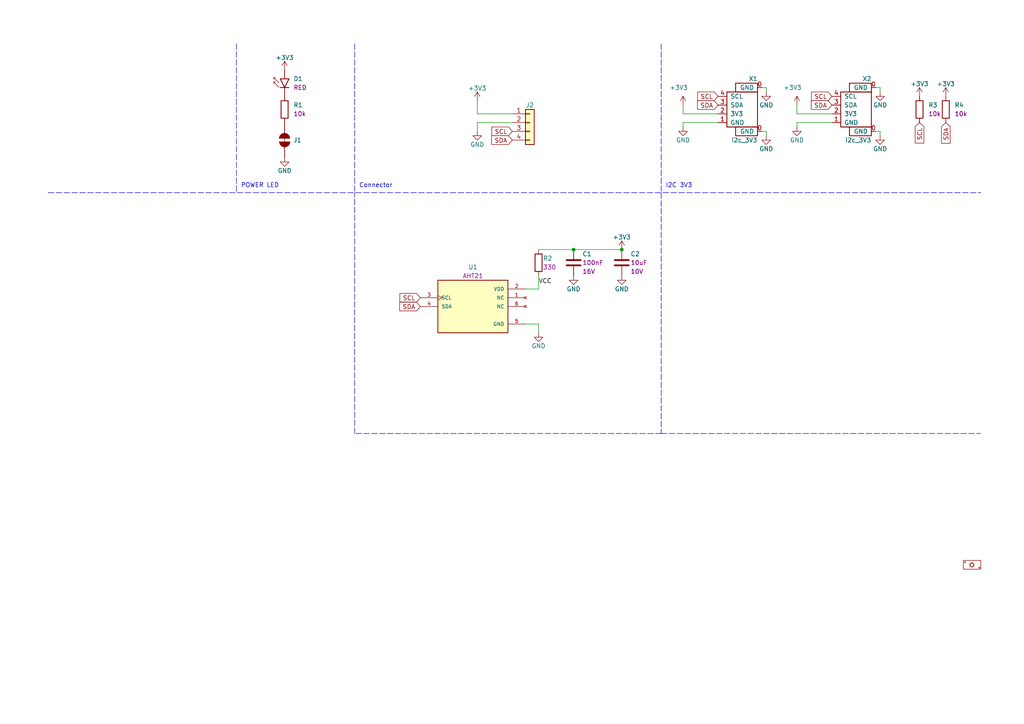
<source format=kicad_sch>
(kicad_sch (version 20211123) (generator eeschema)
  (paper "A4")
  (title_block (title "RNQMCD_GS AHT21") (date "2022-01-30") (rev "0.0.1") (company "GroundStudio"))
  (lib_symbols
    (symbol "GS_Local:+3V3" (power) (pin_names (offset 0))
      (property "Value" "+3V3" (at 0 3.556 0))
      (symbol "+3V3_0_1"
        (polyline (pts (xy -0.762 1.27) (xy 0 2.54)))
        (polyline (pts (xy 0 0) (xy 0 2.54)))
        (polyline (pts (xy 0 2.54) (xy 0.762 1.27)))
      )
      (symbol "+3V3_1_1"
        (pin power_in line (at 0 0 90) (length 0) hide (name "+3V3") (number "1"))
      )
    )
    (symbol "GS_Local:AHT21" (pin_names (offset 1.016))
      (property "Reference" "U" (at -10.16 8.509 0))
      (property "Value" "AHT21" (at -10.16 -10.16 0))
      (property "MPN" "AHT21" (at 0 0 0))
      (symbol "AHT21_0_0"
        (rectangle (start -10.16 -7.62) (end 10.16 7.62) (stroke (width 0.254)) (fill (type background)))
        (pin no_connect line (at 15.24 2.54 180) (length 5.08) (name "NC") (number "1"))
        (pin power_in line (at 15.24 5.08 180) (length 5.08) (name "VDD") (number "2"))
        (pin input clock (at -15.24 2.54 0) (length 5.08) (name "SCL") (number "3"))
        (pin bidirectional line (at -15.24 0 0) (length 5.08) (name "SDA") (number "4"))
        (pin power_in line (at 15.24 -5.08 180) (length 5.08) (name "GND") (number "5"))
        (pin no_connect line (at 15.24 0 180) (length 5.08) (name "NC") (number "6"))
      )
    )
    (symbol "GS_Local:C" (pin_numbers hide) (pin_names (offset 0.254))
      (property "Reference" "C" (at 0.635 2.54 0))
      (property "Value" "C" (at 0.635 -2.54 0))
      (symbol "C_0_1"
        (polyline (pts (xy -2.032 -0.762) (xy 2.032 -0.762)) (stroke (width 0.508)))
        (polyline (pts (xy -2.032 0.762) (xy 2.032 0.762)) (stroke (width 0.508)))
      )
      (symbol "C_1_1"
        (pin passive line (at 0 3.81 270) (length 2.794) (name "~") (number "1"))
        (pin passive line (at 0 -3.81 90) (length 2.794) (name "~") (number "2"))
      )
    )
    (symbol "GS_Local:C_0402_10uF_10V" (pin_numbers hide) (pin_names (offset 0.254))
      (property "Reference" "C" (at 0.635 2.54 0))
      (property "Value" "C_0402_10uF_10V" (at 0.635 -2.54 0))
      (symbol "C_0402_10uF_10V_0_1"
        (polyline (pts (xy -2.032 -0.762) (xy 2.032 -0.762)) (stroke (width 0.508)))
        (polyline (pts (xy -2.032 0.762) (xy 2.032 0.762)) (stroke (width 0.508)))
      )
      (symbol "C_0402_10uF_10V_1_1"
        (pin passive line (at 0 3.81 270) (length 2.794) (name "~") (number "1"))
        (pin passive line (at 0 -3.81 90) (length 2.794) (name "~") (number "2"))
      )
    )
    (symbol "GS_Local:Conn_01x04" (pin_names (offset 1.016) hide)
      (property "Reference" "J" (at 0 5.08 0))
      (property "Value" "Conn_01x04" (at 0 -7.62 0))
      (symbol "Conn_01x04_1_1"
        (rectangle (start -1.27 -4.953) (end 0 -5.207) (stroke (width 0.1524)))
        (rectangle (start -1.27 -2.413) (end 0 -2.667) (stroke (width 0.1524)))
        (rectangle (start -1.27 0.127) (end 0 -0.127) (stroke (width 0.1524)))
        (rectangle (start -1.27 2.667) (end 0 2.413) (stroke (width 0.1524)))
        (rectangle (start -1.27 3.81) (end 1.27 -6.35) (stroke (width 0.254)) (fill (type background)))
        (pin passive line (at -5.08 2.54 0) (length 3.81) (name "Pin_1") (number "1"))
        (pin passive line (at -5.08 0 0) (length 3.81) (name "Pin_2") (number "2"))
        (pin passive line (at -5.08 -2.54 0) (length 3.81) (name "Pin_3") (number "3"))
        (pin passive line (at -5.08 -5.08 0) (length 3.81) (name "Pin_4") (number "4"))
      )
    )
    (symbol "GS_Local:DY-IR333C-A" (pin_numbers hide) (pin_names (offset 1.016) hide)
      (property "Reference" "D" (at 0.508 1.778 0))
      (property "Value" "DY-IR333C-A" (at -1.016 -2.794 0))
      (symbol "DY-IR333C-A_0_1"
        (polyline (pts (xy -2.54 1.27) (xy -2.54 -1.27)) (stroke (width 0.254)))
        (polyline (pts (xy 0 0) (xy 0 0)))
        (polyline (pts (xy 0.381 3.175) (xy -0.127 3.175)))
        (polyline (pts (xy -1.143 1.651) (xy 0.381 3.175) (xy 0.381 2.667)))
        (polyline (pts (xy 0 -1.27) (xy -2.54 0) (xy 0 1.27) (xy 0 -1.27)) (stroke (width 0.254)))
        (polyline (pts (xy -2.413 1.651) (xy -0.889 3.175) (xy -0.889 2.667) (xy -0.889 3.175) (xy -1.397 3.175)))
      )
      (symbol "DY-IR333C-A_1_1"
        (pin passive line (at -5.08 0 0) (length 2.54) (name "K") (number "1"))
        (pin passive line (at 2.54 0 180) (length 2.54) (name "A") (number "2"))
      )
    )
    (symbol "GS_Local:GND" (power) (pin_names (offset 0))
      (property "Value" "GND" (at 0 -3.81 0))
      (symbol "GND_0_1"
        (polyline (pts (xy 0 0) (xy 0 -1.27) (xy 1.27 -1.27) (xy 0 -2.54) (xy -1.27 -1.27) (xy 0 -1.27)))
      )
      (symbol "GND_1_1"
        (pin power_in line (at 0 0 270) (length 0) hide (name "GND") (number "1"))
      )
    )
    (symbol "GS_Local:PCB" (pin_names (offset 1.016))
      (symbol "PCB_0_1"
        (rectangle (start -2.54 1.27) (end 2.54 -1.27))
        (circle (center -2.032 0.7874) (radius 0.1778) (fill (type background)))
        (rectangle (start -0.5334 0.4318) (end 0.381 -0.4826) (fill (type background)))
        (polyline (pts (xy -0.254 -0.4826) (xy -0.254 -0.7874)))
        (polyline (pts (xy 0.1016 -0.5334) (xy 0.1016 -0.8128)))
        (polyline (pts (xy 0.381 0.1524) (xy 0.6604 0.1524)))
        (polyline (pts (xy 0.4064 -0.2032) (xy 0.6858 -0.2032)))
      )
      (symbol "PCB_1_1"
        (polyline (pts (xy -0.8636 -0.2032) (xy -0.5842 -0.2032)))
        (polyline (pts (xy -0.8636 0.2032) (xy -0.5842 0.2032)))
        (polyline (pts (xy -0.254 0.508) (xy -0.254 0.7874)))
        (polyline (pts (xy 0.1016 0.508) (xy 0.1016 0.7874)))
        (circle (center 2.1082 -0.8128) (radius 0.1778) (fill (type background)))
      )
    )
    (symbol "GS_Local:R" (pin_numbers hide) (pin_names (offset 0))
      (property "Reference" "R" (at 2.032 0 90))
      (property "Value" "R" (at 0 0 90))
      (symbol "R_0_1"
        (rectangle (start -1.016 -2.54) (end 1.016 2.54) (stroke (width 0.254)))
      )
      (symbol "R_1_1"
        (pin passive line (at 0 3.81 270) (length 1.27) (name "~") (number "1"))
        (pin passive line (at 0 -3.81 90) (length 1.27) (name "~") (number "2"))
      )
    )
    (symbol "GS_Local:SolderJumper_NC" (pin_numbers hide) (pin_names (offset 0) hide)
      (property "Reference" "J" (at 0 10.16 0))
      (property "Value" "SolderJumper_NC" (at 3.81 0 90))
      (symbol "SolderJumper_NC_0_1"
        (polyline (pts (xy 1.524 0.508) (xy -1.524 0.508)))
        (polyline (pts (xy 0 0.6604) (xy 0 -0.6096) (xy 0.0508 -0.7112)))
        (arc (start 1.4986 0.508) (mid -0.0254 1.982) (end -1.5494 0.508) (fill (type outline)))
      )
      (symbol "SolderJumper_NC_1_1"
        (arc (start -1.4986 -0.508) (mid 0.0254 -1.982) (end 1.5494 -0.508) (fill (type outline)))
        (polyline (pts (xy -1.524 -0.508) (xy 1.524 -0.508)))
        (pin passive line (at 0 5.08 270) (length 2.9972) (name "1") (number "1"))
        (pin passive line (at 0 -5.08 90) (length 2.9972) (name "2") (number "2"))
      )
    )
    (symbol "GS_Local:i2c_3V3" (pin_names (offset 1.016))
      (property "Value" "i2c_3V3" (at -6.35 7.62 0))
      (symbol "i2c_3V3_0_1"
        (rectangle (start -3.81 5.08) (end 5.08 -5.08) (stroke (width 0.254)))
        (rectangle (start 5.08 -5.08) (end -1.27 -7.62) (stroke (width 0.254)))
        (rectangle (start 5.08 5.08) (end -1.27 7.62) (stroke (width 0.254)))
      )
      (symbol "i2c_3V3_1_1"
        (pin input line (at 6.35 -6.35 180) (length 1.27) (name "GND") (number "0"))
        (pin input line (at 6.35 6.35 180) (length 1.27) (name "GND") (number "0"))
        (pin power_in line (at -6.35 -3.81 0) (length 2.54) (name "GND") (number "1"))
        (pin power_in line (at -6.35 -1.27 0) (length 2.54) (name "3V3") (number "2"))
        (pin bidirectional line (at -6.35 1.27 0) (length 2.54) (name "SDA") (number "3"))
        (pin bidirectional line (at -6.35 3.81 0) (length 2.54) (name "SCL") (number "4"))
      )
    )
  )
  (junction (at 180.34 72.39))
  (junction (at 166.37 72.39))
  (wire (pts (xy 156.21 80.01) (xy 156.21 83.82)))
  (wire (pts (xy 208.28 35.56) (xy 198.12 35.56)))
  (wire (pts (xy 220.98 25.4) (xy 222.25 25.4)))
  (wire (pts (xy 198.12 33.02) (xy 208.28 33.02)))
  (wire (pts (xy 166.37 72.39) (xy 180.34 72.39)))
  (wire (pts (xy 220.98 38.1) (xy 222.25 38.1)))
  (wire (pts (xy 138.43 29.21) (xy 138.43 33.02)))
  (polyline (pts (xy 68.58 12.7) (xy 68.58 55.88)))
  (polyline (pts (xy 102.87 12.7) (xy 102.87 55.88)))
  (wire (pts (xy 148.59 35.56) (xy 138.43 35.56)))
  (wire (pts (xy 138.43 35.56) (xy 138.43 38.1)))
  (wire (pts (xy 231.14 33.02) (xy 241.3 33.02)))
  (wire (pts (xy 231.14 33.02) (xy 231.14 30.48)))
  (wire (pts (xy 255.27 25.4) (xy 255.27 26.67)))
  (wire (pts (xy 222.25 38.1) (xy 222.25 39.37)))
  (wire (pts (xy 138.43 33.02) (xy 148.59 33.02)))
  (polyline (pts (xy 191.77 125.73) (xy 284.48 125.73)))
  (wire (pts (xy 156.21 72.39) (xy 166.37 72.39)))
  (polyline (pts (xy 102.87 125.73) (xy 102.87 55.88)))
  (wire (pts (xy 231.14 35.56) (xy 231.14 36.83)))
  (polyline (pts (xy 191.77 55.88) (xy 191.77 125.73)))
  (wire (pts (xy 254 25.4) (xy 255.27 25.4)))
  (wire (pts (xy 156.21 93.98) (xy 156.21 96.52)))
  (wire (pts (xy 254 38.1) (xy 255.27 38.1)))
  (polyline (pts (xy 191.77 12.7) (xy 191.77 55.88)))
  (wire (pts (xy 198.12 33.02) (xy 198.12 30.48)))
  (wire (pts (xy 198.12 35.56) (xy 198.12 36.83)))
  (polyline (pts (xy 13.97 55.88) (xy 284.48 55.88)))
  (wire (pts (xy 222.25 25.4) (xy 222.25 26.67)))
  (wire (pts (xy 152.4 93.98) (xy 156.21 93.98)))
  (polyline (pts (xy 191.77 125.73) (xy 102.87 125.73)))
  (wire (pts (xy 255.27 38.1) (xy 255.27 39.37)))
  (wire (pts (xy 156.21 83.82) (xy 152.4 83.82)))
  (wire (pts (xy 241.3 35.56) (xy 231.14 35.56)))
  (text "Connector" (at 104.14 54.61 0) (effects (font (size 1.27 1.27)) (justify left bottom)))
  (text "POWER LED" (at 69.85 54.61 0) (effects (font (size 1.27 1.27)) (justify left bottom)))
  (text "I2C 3V3" (at 193.04 54.61 0) (effects (font (size 1.27 1.27)) (justify left bottom)))
  (label "VCC" (at 156.21 82.55 0))
  (global_label "SCL" (shape input) (at 241.3 27.94 180) (property "Intersheet References" "${INTERSHEET_REFS}" (effects hide)))
  (global_label "SDA" (shape input) (at 241.3 30.48 180) (property "Intersheet References" "${INTERSHEET_REFS}" (effects hide)))
  (global_label "SCL" (shape input) (at 266.7 35.56 270) (property "Intersheet References" "${INTERSHEET_REFS}" (effects hide)))
  (global_label "SDA" (shape input) (at 208.28 30.48 180) (property "Intersheet References" "${INTERSHEET_REFS}" (effects hide)))
  (global_label "SCL" (shape input) (at 121.92 86.36 180) (property "Intersheet References" "${INTERSHEET_REFS}" (effects hide)))
  (global_label "SDA" (shape input) (at 148.59 40.64 180) (property "Intersheet References" "${INTERSHEET_REFS}" (effects hide)))
  (global_label "SDA" (shape input) (at 121.92 88.9 180) (property "Intersheet References" "${INTERSHEET_REFS}" (effects hide)))
  (global_label "SCL" (shape input) (at 208.28 27.94 180) (property "Intersheet References" "${INTERSHEET_REFS}" (effects hide)))
  (global_label "SDA" (shape input) (at 274.32 35.56 270) (property "Intersheet References" "${INTERSHEET_REFS}" (effects hide)))
  (global_label "SCL" (shape input) (at 148.59 38.1 180) (property "Intersheet References" "${INTERSHEET_REFS}" (effects hide)))
  (symbol (lib_id "GS_Local:i2c_3V3") (at 247.65 31.75 0) (unit 1)
    (property "Reference" "X2" (at 251.46 22.86 0))
    (property "Value" "i2c_3V3" (at 248.92 40.64 0))
    (property "Footprint" "GS_Local:SH__1x04_P1.00mm_Horizontal" (effects hide))
    (property "Datasheet" "https://datasheet.lcsc.com/szlcsc/1811082116_BOOMELE-Boom-Precision-Elec-C145956_C145956.pdf" (effects hide))
    (property "MPN" "C145956" (effects hide))
    (property "LCSC" "C145956" (effects hide))
    (property "Descript" "0.039\"(1.00mm) 4 SMD,P=1mm Wire To Board" (effects hide))
  )
  (symbol (lib_id "GS_Local:+3V3") (at 266.7 27.94 0) (unit 1)
    (property "Reference" "#PWR0106" (effects hide))
    (property "Value" "+3V3" (at 266.7 24.3355 0))
  )
  (symbol (lib_id "GS_Local:GND") (at 222.25 39.37 0) (unit 1)
    (property "Reference" "#PWR0102" (effects hide))
    (property "Value" "GND" (at 222.25 43.18 0))
  )
  (symbol (lib_id "GS_Local:GND") (at 166.37 80.01 0) (unit 1)
    (property "Reference" "#PWR0114" (effects hide))
    (property "Value" "GND" (at 166.37 83.82 0))
  )
  (symbol (lib_id "GS_Local:R") (at 266.7 31.75 0) (unit 1)
    (property "Reference" "R3" (at 269.24 30.48 0) (effects (justify left)))
    (property "Value" "R_0402_10k" (effects hide))
    (property "Footprint" "GS_Local:R_0402_alt" (effects hide))
    (property "Datasheet" "https://datasheet.lcsc.com/lcsc/2110252330_UNI-ROYAL-Uniroyal-Elec-0402WGJ0103TCE_C25531.pdf" (effects hide))
    (property "MPN" "0402WGJ0103TCE" (effects hide))
    (property "LCSC" "C25531" (effects hide))
    (property "Resistance" "10k" (at 269.24 33.02 0) (effects (justify left)))
  )
  (symbol (lib_id "GS_Local:C_0402_10uF_10V") (at 180.34 76.2 0) (unit 1)
    (property "Reference" "C2" (at 182.88 73.66 0) (effects (justify left)))
    (property "Value" "C_0402_10uF_10V" (effects hide))
    (property "Footprint" "GS_Local:C_0402_alt" (effects hide))
    (property "Datasheet" "https://datasheet.lcsc.com/lcsc/1912111437_Taiyo-Yuden-LDK105CBJ106MVLF_C386033.pdf" (effects hide))
    (property "MPN" "LDK105CBJ106MVLF" (effects hide))
    (property "LCSC" "C386033" (effects hide))
    (property "Capacitance" "10uF" (at 182.88 76.2 0) (effects (justify left)))
    (property "Rated voltage" "10V" (at 182.88 78.74 0) (effects (justify left)))
  )
  (symbol (lib_id "GS_Local:SolderJumper_NC") (at 82.55 40.64 0) (unit 1)
    (property "Reference" "J1" (at 85.09 40.64 0) (effects (justify left)))
    (property "Value" "SolderJumper_NC" (effects hide))
    (property "Footprint" "GS_Local:SolderJumper_NC" (effects hide))
  )
  (symbol (lib_id "GS_Local:AHT21") (at 137.16 88.9 0) (unit 1)
    (property "Reference" "U1" (at 137.16 77.47 0))
    (property "Value" "AHT21" (effects hide))
    (property "Footprint" "GS_Local:AHT" (effects hide))
    (property "Datasheet" "http://www.aosong.com/userfiles/files/media/AHT21%E4%BA%A7%E5%93%81%E8%A7%84%E6%A0%BC%E4%B9%A6(%E8%8B%B1%E6%96%87%E7%89%88)%20A3.pdf" (effects hide))
    (property "MPN" "AHT21" (at 137.16 80.01 0))
    (property "LCSC" "C2827328" (effects hide))
  )
  (symbol (lib_id "GS_Local:+3V3") (at 198.12 30.48 0) (unit 1)
    (property "Reference" "#PWR0117" (effects hide))
    (property "Value" "+3V3" (at 196.85 25.4 0))
  )
  (symbol (lib_id "GS_Local:GND") (at 138.43 38.1 0) (mirror y) (unit 1)
    (property "Reference" "#PWR0110" (effects hide))
    (property "Value" "GND" (at 138.43 41.91 0))
  )
  (symbol (lib_id "GS_Local:+3V3") (at 231.14 30.48 0) (unit 1)
    (property "Reference" "#PWR0112" (effects hide))
    (property "Value" "+3V3" (at 229.87 25.4 0))
  )
  (symbol (lib_id "GS_Local:GND") (at 231.14 36.83 0) (unit 1)
    (property "Reference" "#PWR0101" (effects hide))
    (property "Value" "GND" (at 231.14 40.64 0))
  )
  (symbol (lib_id "GS_Local:GND") (at 255.27 39.37 0) (unit 1)
    (property "Reference" "#PWR0108" (effects hide))
    (property "Value" "GND" (at 255.27 43.18 0))
  )
  (symbol (lib_id "GS_Local:R") (at 156.21 76.2 0) (unit 1)
    (property "Reference" "R2" (at 157.48 74.93 0) (effects (justify left)))
    (property "Value" "R_0402_330" (effects hide))
    (property "Footprint" "GS_Local:R_0402_alt" (effects hide))
    (property "Datasheet" "https://datasheet.lcsc.com/lcsc/2110252230_UNI-ROYAL-Uniroyal-Elec-0402WGF3300TCE_C25104.pdf" (effects hide))
    (property "MPN" "0402WGF3300TCE" (effects hide))
    (property "LCSC" "C25104" (effects hide))
    (property "Resistance" "330" (at 157.48 77.47 0) (effects (justify left)))
  )
  (symbol (lib_id "GS_Local:GND") (at 82.55 45.72 0) (unit 1)
    (property "Reference" "#PWR0104" (effects hide))
    (property "Value" "GND" (at 82.55 49.53 0))
  )
  (symbol (lib_id "GS_Local:DY-IR333C-A") (at 82.55 22.86 90) (unit 1)
    (property "Reference" "D1" (at 85.09 22.86 90) (effects (justify right)))
    (property "Value" "LED_0402_RED" (effects hide))
    (property "Footprint" "GS_Local:LED_0402_alt" (effects hide))
    (property "Datasheet" "https://datasheet.lcsc.com/lcsc/2009251739_TUOZHAN-TZ-P2-0402RTIA1-0-45T_C779449.pdf" (effects hide))
    (property "MPN" "TZ-P2-0402RTIA1-0.45T" (effects hide))
    (property "LCSC" "C779449" (effects hide))
    (property "Color" "RED" (at 85.09 25.4 90) (effects (justify right)))
  )
  (symbol (lib_id "GS_Local:i2c_3V3") (at 214.63 31.75 0) (unit 1)
    (property "Reference" "X1" (at 218.44 22.86 0))
    (property "Value" "i2c_3V3" (at 215.9 40.64 0))
    (property "Footprint" "GS_Local:SH__1x04_P1.00mm_Horizontal" (effects hide))
    (property "Datasheet" "https://datasheet.lcsc.com/szlcsc/1811082116_BOOMELE-Boom-Precision-Elec-C145956_C145956.pdf" (effects hide))
    (property "MPN" "C145956" (effects hide))
    (property "LCSC" "C145956" (effects hide))
    (property "Descript" "0.039\"(1.00mm) 4 SMD,P=1mm Wire To Board" (effects hide))
  )
  (symbol (lib_id "GS_Local:GND") (at 198.12 36.83 0) (unit 1)
    (property "Reference" "#PWR0118" (effects hide))
    (property "Value" "GND" (at 198.12 40.64 0))
  )
  (symbol (lib_id "GS_Local:GND") (at 222.25 26.67 0) (unit 1)
    (property "Reference" "#PWR0111" (effects hide))
    (property "Value" "GND" (at 222.25 30.48 0))
  )
  (symbol (lib_id "GS_Local:+3V3") (at 180.34 72.39 0) (mirror y) (unit 1)
    (property "Reference" "#PWR0115" (effects hide))
    (property "Value" "+3V3" (at 180.34 68.7855 0))
  )
  (symbol (lib_id "GS_Local:GND") (at 255.27 26.67 0) (unit 1)
    (property "Reference" "#PWR0107" (effects hide))
    (property "Value" "GND" (at 255.27 30.48 0))
  )
  (symbol (lib_id "GS_Local:R") (at 274.32 31.75 0) (unit 1)
    (property "Reference" "R4" (at 276.86 30.48 0) (effects (justify left)))
    (property "Value" "R_0402_10k" (effects hide))
    (property "Footprint" "GS_Local:R_0402_alt" (effects hide))
    (property "Datasheet" "https://datasheet.lcsc.com/lcsc/2110252330_UNI-ROYAL-Uniroyal-Elec-0402WGJ0103TCE_C25531.pdf" (effects hide))
    (property "MPN" "0402WGJ0103TCE" (effects hide))
    (property "LCSC" "C25531" (effects hide))
    (property "Resistance" "10k" (at 276.86 33.02 0) (effects (justify left)))
  )
  (symbol (lib_id "GS_Local:+3V3") (at 138.43 29.21 0) (mirror y) (unit 1)
    (property "Reference" "#PWR0109" (effects hide))
    (property "Value" "+3V3" (at 138.43 25.6055 0))
  )
  (symbol (lib_id "GS_Local:+3V3") (at 274.32 27.94 0) (unit 1)
    (property "Reference" "#PWR0105" (effects hide))
    (property "Value" "+3V3" (at 274.32 24.3355 0))
  )
  (symbol (lib_id "GS_Local:PCB") (at 281.94 163.83 0) (unit 1)
    (property "Reference" "P1" (effects hide))
    (property "Value" "PCB" (effects hide))
    (property "MPN" "RNQMCD_GS_PCB" (effects hide))
  )
  (symbol (lib_id "GS_Local:GND") (at 156.21 96.52 0) (unit 1)
    (property "Reference" "#PWR0113" (effects hide))
    (property "Value" "GND" (at 156.21 100.33 0))
  )
  (symbol (lib_id "GS_Local:R") (at 82.55 31.75 0) (unit 1)
    (property "Reference" "R1" (at 85.09 30.48 0) (effects (justify left)))
    (property "Value" "R_0402_10k" (effects hide))
    (property "Footprint" "GS_Local:R_0402_alt" (effects hide))
    (property "Datasheet" "https://datasheet.lcsc.com/lcsc/2110252330_UNI-ROYAL-Uniroyal-Elec-0402WGJ0103TCE_C25531.pdf" (effects hide))
    (property "MPN" "0402WGJ0103TCE" (effects hide))
    (property "LCSC" "C25531" (effects hide))
    (property "Resistance" "10k" (at 85.09 33.02 0) (effects (justify left)))
  )
  (symbol (lib_id "GS_Local:+3V3") (at 82.55 20.32 0) (unit 1)
    (property "Reference" "#PWR0103" (effects hide))
    (property "Value" "+3V3" (at 82.55 16.7155 0))
  )
  (symbol (lib_id "GS_Local:Conn_01x04") (at 153.67 35.56 0) (unit 1)
    (property "Reference" "J2" (at 153.67 30.48 0))
    (property "Value" "PinHeader_1x04_P2.54_V_M" (effects hide))
    (property "Footprint" "GS_Local:PinHeader_1x04_P2.54mm_Vertical_Male" (effects hide))
    (property "Datasheet" "https://datasheet.lcsc.com/szlcsc/1912111437_MINTRON-MTP125-1104S1_C358686.pdf" (effects hide))
    (property "MPN" "MTP125-1104S1" (effects hide))
    (property "LCSC" "C358686" (effects hide))
  )
  (symbol (lib_id "GS_Local:GND") (at 180.34 80.01 0) (mirror y) (unit 1)
    (property "Reference" "#PWR0116" (effects hide))
    (property "Value" "GND" (at 180.34 83.82 0))
  )
  (symbol (lib_id "GS_Local:C") (at 166.37 76.2 180) (unit 1)
    (property "Reference" "C1" (at 168.91 73.66 0) (effects (justify right)))
    (property "Value" "C_0402_100nF_16V" (effects hide))
    (property "Footprint" "GS_Local:C_0402_alt" (effects hide))
    (property "Datasheet" "https://datasheet.lcsc.com/lcsc/1811011928_Walsin-Tech-Corp-0402B104K160CT_C83056.pdf" (effects hide))
    (property "MPN" "0402B104K160CT" (effects hide))
    (property "LCSC" "C83056" (effects hide))
    (property "Capacitance" "100nF" (at 168.91 76.2 0) (effects (justify right)))
    (property "Rated voltage" "16V" (at 168.91 78.74 0) (effects (justify right)))
  )
)
</source>
